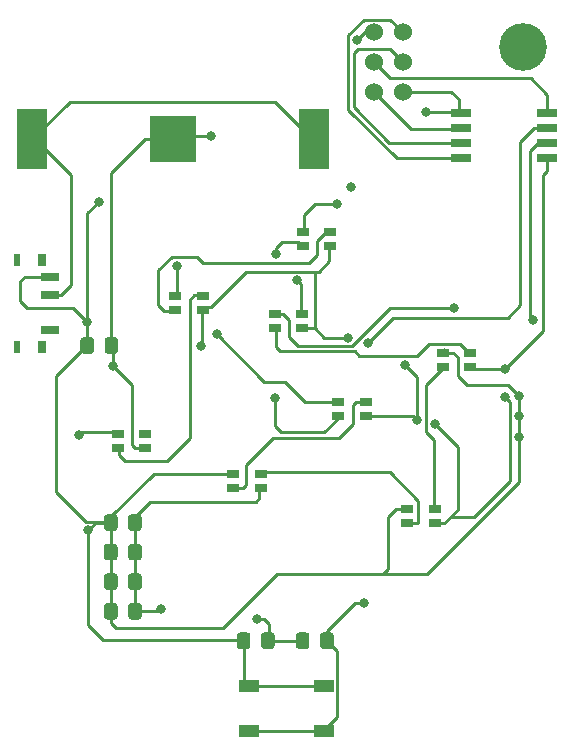
<source format=gbr>
G04 #@! TF.GenerationSoftware,KiCad,Pcbnew,5.1.7-a382d34a8~87~ubuntu20.04.1*
G04 #@! TF.CreationDate,2020-12-28T23:51:54+01:00*
G04 #@! TF.ProjectId,blender_badges,626c656e-6465-4725-9f62-61646765732e,rev?*
G04 #@! TF.SameCoordinates,Original*
G04 #@! TF.FileFunction,Copper,L2,Bot*
G04 #@! TF.FilePolarity,Positive*
%FSLAX46Y46*%
G04 Gerber Fmt 4.6, Leading zero omitted, Abs format (unit mm)*
G04 Created by KiCad (PCBNEW 5.1.7-a382d34a8~87~ubuntu20.04.1) date 2020-12-28 23:51:54*
%MOMM*%
%LPD*%
G01*
G04 APERTURE LIST*
G04 #@! TA.AperFunction,ComponentPad*
%ADD10C,4.049867*%
G04 #@! TD*
G04 #@! TA.AperFunction,SMDPad,CuDef*
%ADD11R,1.100000X0.800000*%
G04 #@! TD*
G04 #@! TA.AperFunction,SMDPad,CuDef*
%ADD12R,1.700000X0.650000*%
G04 #@! TD*
G04 #@! TA.AperFunction,SMDPad,CuDef*
%ADD13R,3.960000X3.960000*%
G04 #@! TD*
G04 #@! TA.AperFunction,SMDPad,CuDef*
%ADD14R,2.640000X5.100000*%
G04 #@! TD*
G04 #@! TA.AperFunction,SMDPad,CuDef*
%ADD15C,1.524000*%
G04 #@! TD*
G04 #@! TA.AperFunction,SMDPad,CuDef*
%ADD16R,1.700000X1.000000*%
G04 #@! TD*
G04 #@! TA.AperFunction,SMDPad,CuDef*
%ADD17R,1.498600X0.698500*%
G04 #@! TD*
G04 #@! TA.AperFunction,SMDPad,CuDef*
%ADD18R,0.599440X0.998220*%
G04 #@! TD*
G04 #@! TA.AperFunction,SMDPad,CuDef*
%ADD19R,0.797560X0.998220*%
G04 #@! TD*
G04 #@! TA.AperFunction,ViaPad*
%ADD20C,0.800000*%
G04 #@! TD*
G04 #@! TA.AperFunction,Conductor*
%ADD21C,0.250000*%
G04 #@! TD*
G04 APERTURE END LIST*
D10*
X134166366Y-31501672D03*
D11*
X118500000Y-62750000D03*
X120830000Y-62750000D03*
X120830000Y-61550000D03*
X118500000Y-61550000D03*
X109600000Y-68800000D03*
X111930000Y-68800000D03*
X111930000Y-67600000D03*
X109600000Y-67600000D03*
X124350000Y-71800000D03*
X126680000Y-71800000D03*
X126680000Y-70600000D03*
X124350000Y-70600000D03*
X127350000Y-58550000D03*
X129680000Y-58550000D03*
X129680000Y-57350000D03*
X127350000Y-57350000D03*
X113100000Y-55300000D03*
X115430000Y-55300000D03*
X115430000Y-54100000D03*
X113100000Y-54100000D03*
X115500000Y-48350000D03*
X117830000Y-48350000D03*
X117830000Y-47150000D03*
X115500000Y-47150000D03*
X104700000Y-53750000D03*
X107030000Y-53750000D03*
X107030000Y-52550000D03*
X104700000Y-52550000D03*
X99800000Y-65450000D03*
X102130000Y-65450000D03*
X102130000Y-64250000D03*
X99800000Y-64250000D03*
G04 #@! TA.AperFunction,SMDPad,CuDef*
G36*
G01*
X116950000Y-82200001D02*
X116950000Y-81299999D01*
G75*
G02*
X117199999Y-81050000I249999J0D01*
G01*
X117850001Y-81050000D01*
G75*
G02*
X118100000Y-81299999I0J-249999D01*
G01*
X118100000Y-82200001D01*
G75*
G02*
X117850001Y-82450000I-249999J0D01*
G01*
X117199999Y-82450000D01*
G75*
G02*
X116950000Y-82200001I0J249999D01*
G01*
G37*
G04 #@! TD.AperFunction*
G04 #@! TA.AperFunction,SMDPad,CuDef*
G36*
G01*
X114900000Y-82200001D02*
X114900000Y-81299999D01*
G75*
G02*
X115149999Y-81050000I249999J0D01*
G01*
X115800001Y-81050000D01*
G75*
G02*
X116050000Y-81299999I0J-249999D01*
G01*
X116050000Y-82200001D01*
G75*
G02*
X115800001Y-82450000I-249999J0D01*
G01*
X115149999Y-82450000D01*
G75*
G02*
X114900000Y-82200001I0J249999D01*
G01*
G37*
G04 #@! TD.AperFunction*
D12*
X136150000Y-37095000D03*
X136150000Y-38365000D03*
X136150000Y-39635000D03*
X136150000Y-40905000D03*
X128850000Y-40905000D03*
X128850000Y-39635000D03*
X128850000Y-38365000D03*
X128850000Y-37095000D03*
D13*
X104500000Y-39250000D03*
D14*
X116400000Y-39250000D03*
X92600000Y-39250000D03*
G04 #@! TA.AperFunction,SMDPad,CuDef*
G36*
G01*
X111950000Y-82200001D02*
X111950000Y-81299999D01*
G75*
G02*
X112199999Y-81050000I249999J0D01*
G01*
X112850001Y-81050000D01*
G75*
G02*
X113100000Y-81299999I0J-249999D01*
G01*
X113100000Y-82200001D01*
G75*
G02*
X112850001Y-82450000I-249999J0D01*
G01*
X112199999Y-82450000D01*
G75*
G02*
X111950000Y-82200001I0J249999D01*
G01*
G37*
G04 #@! TD.AperFunction*
G04 #@! TA.AperFunction,SMDPad,CuDef*
G36*
G01*
X109900000Y-82200001D02*
X109900000Y-81299999D01*
G75*
G02*
X110149999Y-81050000I249999J0D01*
G01*
X110800001Y-81050000D01*
G75*
G02*
X111050000Y-81299999I0J-249999D01*
G01*
X111050000Y-82200001D01*
G75*
G02*
X110800001Y-82450000I-249999J0D01*
G01*
X110149999Y-82450000D01*
G75*
G02*
X109900000Y-82200001I0J249999D01*
G01*
G37*
G04 #@! TD.AperFunction*
G04 #@! TA.AperFunction,SMDPad,CuDef*
G36*
G01*
X99850000Y-56299999D02*
X99850000Y-57200001D01*
G75*
G02*
X99600001Y-57450000I-249999J0D01*
G01*
X98949999Y-57450000D01*
G75*
G02*
X98700000Y-57200001I0J249999D01*
G01*
X98700000Y-56299999D01*
G75*
G02*
X98949999Y-56050000I249999J0D01*
G01*
X99600001Y-56050000D01*
G75*
G02*
X99850000Y-56299999I0J-249999D01*
G01*
G37*
G04 #@! TD.AperFunction*
G04 #@! TA.AperFunction,SMDPad,CuDef*
G36*
G01*
X97800000Y-56299999D02*
X97800000Y-57200001D01*
G75*
G02*
X97550001Y-57450000I-249999J0D01*
G01*
X96899999Y-57450000D01*
G75*
G02*
X96650000Y-57200001I0J249999D01*
G01*
X96650000Y-56299999D01*
G75*
G02*
X96899999Y-56050000I249999J0D01*
G01*
X97550001Y-56050000D01*
G75*
G02*
X97800000Y-56299999I0J-249999D01*
G01*
G37*
G04 #@! TD.AperFunction*
G04 #@! TA.AperFunction,SMDPad,CuDef*
G36*
G01*
X101850000Y-71299999D02*
X101850000Y-72200001D01*
G75*
G02*
X101600001Y-72450000I-249999J0D01*
G01*
X100949999Y-72450000D01*
G75*
G02*
X100700000Y-72200001I0J249999D01*
G01*
X100700000Y-71299999D01*
G75*
G02*
X100949999Y-71050000I249999J0D01*
G01*
X101600001Y-71050000D01*
G75*
G02*
X101850000Y-71299999I0J-249999D01*
G01*
G37*
G04 #@! TD.AperFunction*
G04 #@! TA.AperFunction,SMDPad,CuDef*
G36*
G01*
X99800000Y-71299999D02*
X99800000Y-72200001D01*
G75*
G02*
X99550001Y-72450000I-249999J0D01*
G01*
X98899999Y-72450000D01*
G75*
G02*
X98650000Y-72200001I0J249999D01*
G01*
X98650000Y-71299999D01*
G75*
G02*
X98899999Y-71050000I249999J0D01*
G01*
X99550001Y-71050000D01*
G75*
G02*
X99800000Y-71299999I0J-249999D01*
G01*
G37*
G04 #@! TD.AperFunction*
G04 #@! TA.AperFunction,SMDPad,CuDef*
G36*
G01*
X99800000Y-73799999D02*
X99800000Y-74700001D01*
G75*
G02*
X99550001Y-74950000I-249999J0D01*
G01*
X98899999Y-74950000D01*
G75*
G02*
X98650000Y-74700001I0J249999D01*
G01*
X98650000Y-73799999D01*
G75*
G02*
X98899999Y-73550000I249999J0D01*
G01*
X99550001Y-73550000D01*
G75*
G02*
X99800000Y-73799999I0J-249999D01*
G01*
G37*
G04 #@! TD.AperFunction*
G04 #@! TA.AperFunction,SMDPad,CuDef*
G36*
G01*
X101850000Y-73799999D02*
X101850000Y-74700001D01*
G75*
G02*
X101600001Y-74950000I-249999J0D01*
G01*
X100949999Y-74950000D01*
G75*
G02*
X100700000Y-74700001I0J249999D01*
G01*
X100700000Y-73799999D01*
G75*
G02*
X100949999Y-73550000I249999J0D01*
G01*
X101600001Y-73550000D01*
G75*
G02*
X101850000Y-73799999I0J-249999D01*
G01*
G37*
G04 #@! TD.AperFunction*
G04 #@! TA.AperFunction,SMDPad,CuDef*
G36*
G01*
X101850000Y-76299999D02*
X101850000Y-77200001D01*
G75*
G02*
X101600001Y-77450000I-249999J0D01*
G01*
X100949999Y-77450000D01*
G75*
G02*
X100700000Y-77200001I0J249999D01*
G01*
X100700000Y-76299999D01*
G75*
G02*
X100949999Y-76050000I249999J0D01*
G01*
X101600001Y-76050000D01*
G75*
G02*
X101850000Y-76299999I0J-249999D01*
G01*
G37*
G04 #@! TD.AperFunction*
G04 #@! TA.AperFunction,SMDPad,CuDef*
G36*
G01*
X99800000Y-76299999D02*
X99800000Y-77200001D01*
G75*
G02*
X99550001Y-77450000I-249999J0D01*
G01*
X98899999Y-77450000D01*
G75*
G02*
X98650000Y-77200001I0J249999D01*
G01*
X98650000Y-76299999D01*
G75*
G02*
X98899999Y-76050000I249999J0D01*
G01*
X99550001Y-76050000D01*
G75*
G02*
X99800000Y-76299999I0J-249999D01*
G01*
G37*
G04 #@! TD.AperFunction*
G04 #@! TA.AperFunction,SMDPad,CuDef*
G36*
G01*
X99800000Y-78799999D02*
X99800000Y-79700001D01*
G75*
G02*
X99550001Y-79950000I-249999J0D01*
G01*
X98899999Y-79950000D01*
G75*
G02*
X98650000Y-79700001I0J249999D01*
G01*
X98650000Y-78799999D01*
G75*
G02*
X98899999Y-78550000I249999J0D01*
G01*
X99550001Y-78550000D01*
G75*
G02*
X99800000Y-78799999I0J-249999D01*
G01*
G37*
G04 #@! TD.AperFunction*
G04 #@! TA.AperFunction,SMDPad,CuDef*
G36*
G01*
X101850000Y-78799999D02*
X101850000Y-79700001D01*
G75*
G02*
X101600001Y-79950000I-249999J0D01*
G01*
X100949999Y-79950000D01*
G75*
G02*
X100700000Y-79700001I0J249999D01*
G01*
X100700000Y-78799999D01*
G75*
G02*
X100949999Y-78550000I249999J0D01*
G01*
X101600001Y-78550000D01*
G75*
G02*
X101850000Y-78799999I0J-249999D01*
G01*
G37*
G04 #@! TD.AperFunction*
D15*
X124000000Y-32750000D03*
X124000000Y-35250000D03*
X121500000Y-35250000D03*
X124000000Y-30250000D03*
X121500000Y-32750000D03*
X121500000Y-30250000D03*
D16*
X117250000Y-85600000D03*
X110950000Y-85600000D03*
X117250000Y-89400000D03*
X110950000Y-89400000D03*
D17*
X94047520Y-50952100D03*
X94047520Y-52450700D03*
X94047520Y-55447900D03*
D18*
X91301780Y-49550020D03*
D19*
X93399820Y-49550020D03*
D18*
X91301780Y-56849980D03*
D19*
X93399820Y-56849980D03*
D20*
X99400000Y-58500000D03*
X111600000Y-79900000D03*
X120100000Y-30900000D03*
X107700000Y-39000000D03*
X106900000Y-56800000D03*
X132574847Y-61100153D03*
X132600000Y-58700000D03*
X126700000Y-63400000D03*
X125150000Y-63050000D03*
X124100000Y-58400000D03*
X119310247Y-56074979D03*
X103450000Y-79050000D03*
X125900000Y-37000000D03*
X119600000Y-43300000D03*
X98200000Y-44600000D03*
X108200000Y-55800000D03*
X97200000Y-54800000D03*
X128300000Y-53600000D03*
X118400000Y-44800000D03*
X104800000Y-50000000D03*
X97300000Y-72400000D03*
X133800000Y-61000000D03*
X133800000Y-62750000D03*
X133800000Y-64500000D03*
X96512653Y-64312653D03*
X121000000Y-56550000D03*
X113150000Y-61200000D03*
X115000000Y-51225000D03*
X113200000Y-49000000D03*
X135000000Y-54600000D03*
X120700000Y-78525019D03*
D21*
X112525000Y-81750000D02*
X115550000Y-81750000D01*
X115550000Y-81750000D02*
X115600000Y-81700000D01*
X101275000Y-79250000D02*
X101275000Y-71725000D01*
X101275000Y-71725000D02*
X101300000Y-71700000D01*
X129580000Y-58550000D02*
X129730000Y-58700000D01*
X99400000Y-58500000D02*
X99400000Y-56700000D01*
X111600000Y-79900000D02*
X112200000Y-79900000D01*
X112200000Y-79900000D02*
X112600000Y-80300000D01*
X112600000Y-80300000D02*
X112600000Y-81800000D01*
X120750000Y-30250000D02*
X120100000Y-30900000D01*
X121500000Y-30250000D02*
X120750000Y-30250000D01*
X107700000Y-39000000D02*
X104100000Y-39000000D01*
X104100000Y-39000000D02*
X104100000Y-39100000D01*
X99275000Y-42125000D02*
X102100000Y-39300000D01*
X102100000Y-39300000D02*
X104400000Y-39300000D01*
X99275000Y-56750000D02*
X99275000Y-42125000D01*
X106930000Y-53750000D02*
X106930000Y-56770000D01*
X106930000Y-56770000D02*
X106900000Y-56800000D01*
X116836410Y-50500000D02*
X114600000Y-50500000D01*
X117730000Y-48350000D02*
X117730000Y-49606410D01*
X117730000Y-49606410D02*
X116836410Y-50500000D01*
X107700000Y-53500000D02*
X110700000Y-50500000D01*
X107180000Y-53500000D02*
X107700000Y-53500000D01*
X110700000Y-50500000D02*
X114700000Y-50500000D01*
X106930000Y-53750000D02*
X107180000Y-53500000D01*
X126680000Y-71800000D02*
X127480000Y-71800000D01*
X129730000Y-58700000D02*
X132600000Y-58700000D01*
X127480000Y-71800000D02*
X128015000Y-71265000D01*
X124850000Y-62750000D02*
X125150000Y-63050000D01*
X124850000Y-62750000D02*
X120800000Y-62750000D01*
X125150000Y-59450000D02*
X124100000Y-58400000D01*
X125150000Y-63050000D02*
X125150000Y-59450000D01*
X115300000Y-55300000D02*
X116500000Y-55300000D01*
X116500000Y-50500000D02*
X116500000Y-55300000D01*
X116500000Y-55300000D02*
X117274979Y-56074979D01*
X117274979Y-56074979D02*
X119310247Y-56074979D01*
X101000000Y-60100000D02*
X99400000Y-58500000D01*
X101000000Y-65170000D02*
X101000000Y-60100000D01*
X101280000Y-65450000D02*
X101000000Y-65170000D01*
X102030000Y-65450000D02*
X101280000Y-65450000D01*
X111800000Y-69700000D02*
X111800000Y-68800000D01*
X111500000Y-70000000D02*
X111800000Y-69700000D01*
X102550000Y-70000000D02*
X111500000Y-70000000D01*
X101275000Y-71275000D02*
X102550000Y-70000000D01*
X101275000Y-71750000D02*
X101275000Y-71275000D01*
X103250000Y-79250000D02*
X103450000Y-79050000D01*
X101275000Y-79250000D02*
X103250000Y-79250000D01*
X128650000Y-65350000D02*
X126700000Y-63400000D01*
X128650000Y-70630000D02*
X128650000Y-65350000D01*
X128015000Y-71265000D02*
X128650000Y-70630000D01*
X133050000Y-61575306D02*
X132574847Y-61100153D01*
X133050000Y-68200000D02*
X133050000Y-61575306D01*
X129985000Y-71265000D02*
X133050000Y-68200000D01*
X128015000Y-71265000D02*
X129985000Y-71265000D01*
X135800000Y-42300000D02*
X136150000Y-41950000D01*
X136150000Y-41950000D02*
X136150000Y-40905000D01*
X135800000Y-55500000D02*
X135800000Y-42300000D01*
X132600000Y-58700000D02*
X135800000Y-55500000D01*
X92600000Y-39250000D02*
X95750000Y-36100000D01*
X95750000Y-36100000D02*
X113100000Y-36100000D01*
X113100000Y-36100000D02*
X116200000Y-39200000D01*
X95900000Y-42300000D02*
X93100000Y-39500000D01*
X95900000Y-51597520D02*
X95900000Y-42300000D01*
X95046820Y-52450700D02*
X95900000Y-51597520D01*
X94047520Y-52450700D02*
X95046820Y-52450700D01*
X110475000Y-81750000D02*
X110475000Y-85275000D01*
X110475000Y-85275000D02*
X110900000Y-85700000D01*
X110950000Y-85600000D02*
X117400000Y-85600000D01*
X91525419Y-51329600D02*
X91525419Y-53025419D01*
X91928200Y-50926819D02*
X91525419Y-51329600D01*
X94022239Y-50926819D02*
X91928200Y-50926819D01*
X94047520Y-50952100D02*
X94022239Y-50926819D01*
X91525419Y-53025419D02*
X92100000Y-53600000D01*
X92100000Y-53600000D02*
X96000000Y-53600000D01*
X96000000Y-53600000D02*
X97200000Y-54800000D01*
X97200000Y-54800000D02*
X97200000Y-56800000D01*
X124000000Y-35250000D02*
X128050000Y-35250000D01*
X128050000Y-35250000D02*
X128700000Y-35900000D01*
X128700000Y-35900000D02*
X128700000Y-37100000D01*
X109400000Y-81700000D02*
X110500000Y-81700000D01*
X98600000Y-81700000D02*
X109400000Y-81700000D01*
X97300000Y-80400000D02*
X98600000Y-81700000D01*
X97300000Y-72400000D02*
X97300000Y-80400000D01*
X97950000Y-71750000D02*
X97300000Y-72400000D01*
X99225000Y-71750000D02*
X97950000Y-71750000D01*
X125900000Y-37000000D02*
X128700000Y-37000000D01*
X97225000Y-56750000D02*
X97225000Y-45575000D01*
X97225000Y-45575000D02*
X98200000Y-44600000D01*
X115700000Y-61550000D02*
X118600000Y-61550000D01*
X113950000Y-59800000D02*
X115700000Y-61550000D01*
X112200000Y-59800000D02*
X113950000Y-59800000D01*
X108200000Y-55800000D02*
X112200000Y-59800000D01*
X99225000Y-74250000D02*
X99225000Y-73550000D01*
X118400000Y-44800000D02*
X116500000Y-44800000D01*
X116500000Y-44800000D02*
X115600000Y-45700000D01*
X115600000Y-45700000D02*
X115600000Y-47200000D01*
X104800000Y-50000000D02*
X104800000Y-52500000D01*
X99225000Y-79250000D02*
X99225000Y-76875000D01*
X99225000Y-76875000D02*
X99250000Y-76850000D01*
X99250000Y-76850000D02*
X99150000Y-76750000D01*
X99225000Y-71750000D02*
X99225000Y-74225000D01*
X99225000Y-74250000D02*
X99225000Y-76625000D01*
X114350000Y-54600000D02*
X113850000Y-54100000D01*
X114350000Y-56050000D02*
X114350000Y-54600000D01*
X115099989Y-56799989D02*
X114350000Y-56050000D01*
X113850000Y-54100000D02*
X113200000Y-54100000D01*
X119650011Y-56799989D02*
X115099989Y-56799989D01*
X122850000Y-53600000D02*
X119650011Y-56799989D01*
X128300000Y-53600000D02*
X122850000Y-53600000D01*
X104000000Y-80700000D02*
X105250000Y-80700000D01*
X100500000Y-80700000D02*
X104000000Y-80700000D01*
X99225000Y-79250000D02*
X99225000Y-80275000D01*
X99650000Y-80700000D02*
X100500000Y-80700000D01*
X99225000Y-80275000D02*
X99650000Y-80700000D01*
X97300000Y-72400000D02*
X97300000Y-72400000D01*
X99225000Y-71750000D02*
X99225000Y-71225000D01*
X102850000Y-67600000D02*
X104050000Y-67600000D01*
X99225000Y-71225000D02*
X102850000Y-67600000D01*
X104050000Y-67600000D02*
X109700000Y-67600000D01*
X103836810Y-67600000D02*
X104050000Y-67600000D01*
X133800000Y-68300000D02*
X126000000Y-76100000D01*
X126000000Y-76100000D02*
X122350000Y-76100000D01*
X132900000Y-60100000D02*
X133800000Y-61000000D01*
X129400000Y-60100000D02*
X132900000Y-60100000D01*
X128600000Y-59300000D02*
X129400000Y-60100000D01*
X133800000Y-61000000D02*
X133800000Y-62750000D01*
X128200000Y-57350000D02*
X128600000Y-57750000D01*
X127450000Y-57350000D02*
X128200000Y-57350000D01*
X128600000Y-57750000D02*
X128600000Y-59300000D01*
X127450000Y-57050000D02*
X127450000Y-57350000D01*
X133800000Y-61000000D02*
X133800000Y-61000000D01*
X133800000Y-62750000D02*
X133800000Y-64500000D01*
X133800000Y-64500000D02*
X133800000Y-68300000D01*
X94600000Y-69150000D02*
X97150000Y-71700000D01*
X97150000Y-71700000D02*
X99200000Y-71700000D01*
X94600000Y-59375000D02*
X94600000Y-69150000D01*
X97225000Y-56750000D02*
X94600000Y-59375000D01*
X123350000Y-70600000D02*
X124400000Y-70600000D01*
X122700000Y-71250000D02*
X123350000Y-70600000D01*
X122300000Y-76100000D02*
X122700000Y-75700000D01*
X113300000Y-76100000D02*
X122300000Y-76100000D01*
X108700000Y-80700000D02*
X113300000Y-76100000D01*
X122700000Y-75700000D02*
X122700000Y-71250000D01*
X104000000Y-80700000D02*
X108700000Y-80700000D01*
X99600000Y-64050000D02*
X99800000Y-64250000D01*
X96775306Y-64050000D02*
X99600000Y-64050000D01*
X96512653Y-64312653D02*
X96775306Y-64050000D01*
X122912999Y-31662999D02*
X120137001Y-31662999D01*
X124000000Y-32750000D02*
X122912999Y-31662999D01*
X120137001Y-31662999D02*
X119800000Y-32000000D01*
X119800000Y-32000000D02*
X119800000Y-36600000D01*
X119800000Y-36600000D02*
X122800000Y-39600000D01*
X122800000Y-39600000D02*
X128800000Y-39600000D01*
X121500000Y-35250000D02*
X124650000Y-38400000D01*
X124650000Y-38400000D02*
X128800000Y-38400000D01*
X122912999Y-29162999D02*
X120637001Y-29162999D01*
X124000000Y-30250000D02*
X122912999Y-29162999D01*
X119349991Y-36786401D02*
X123463590Y-40900000D01*
X119349990Y-30450010D02*
X119349991Y-36786401D01*
X120637001Y-29162999D02*
X119349990Y-30450010D01*
X123463590Y-40900000D02*
X128900000Y-40900000D01*
X136200000Y-35500000D02*
X136200000Y-37100000D01*
X134800000Y-34100000D02*
X136200000Y-35500000D01*
X122850000Y-34100000D02*
X134800000Y-34100000D01*
X121500000Y-32750000D02*
X122850000Y-34100000D01*
X123150000Y-54400000D02*
X121000000Y-56550000D01*
X132850000Y-54400000D02*
X123150000Y-54400000D01*
X133900000Y-53350000D02*
X132850000Y-54400000D01*
X133900000Y-39515000D02*
X133900000Y-53350000D01*
X135050000Y-38365000D02*
X133900000Y-39515000D01*
X136150000Y-38365000D02*
X135050000Y-38365000D01*
X113150000Y-63600000D02*
X113150000Y-61200000D01*
X113650000Y-64100000D02*
X113150000Y-63600000D01*
X117300000Y-64100000D02*
X113650000Y-64100000D01*
X118600000Y-62800000D02*
X117300000Y-64100000D01*
X120000000Y-61500000D02*
X120700000Y-61500000D01*
X119700000Y-63400000D02*
X119700000Y-61800000D01*
X118549990Y-64550010D02*
X119700000Y-63400000D01*
X112999990Y-64550010D02*
X118549990Y-64550010D01*
X110700000Y-66850000D02*
X112999990Y-64550010D01*
X119700000Y-61800000D02*
X120000000Y-61500000D01*
X110700000Y-68550000D02*
X110700000Y-66850000D01*
X110450000Y-68800000D02*
X110700000Y-68550000D01*
X109700000Y-68800000D02*
X110450000Y-68800000D01*
X125275001Y-69939999D02*
X122835002Y-67500000D01*
X125275001Y-71724999D02*
X125275001Y-69939999D01*
X125200000Y-71800000D02*
X125275001Y-71724999D01*
X124450000Y-71800000D02*
X125200000Y-71800000D01*
X122835002Y-67500000D02*
X111900000Y-67500000D01*
X126600000Y-64750000D02*
X126600000Y-70600000D01*
X125900000Y-64050000D02*
X126600000Y-64750000D01*
X125900000Y-60100000D02*
X125900000Y-64050000D01*
X127450000Y-58550000D02*
X125900000Y-60100000D01*
X113200000Y-56900000D02*
X113200000Y-55300000D01*
X113550000Y-57250000D02*
X113200000Y-56900000D01*
X119909389Y-57250000D02*
X113550000Y-57250000D01*
X120284402Y-57625013D02*
X119909389Y-57250000D01*
X125174987Y-57625013D02*
X120284402Y-57625013D01*
X126200010Y-56599990D02*
X125174987Y-57625013D01*
X128829990Y-56599990D02*
X126200010Y-56599990D01*
X129580000Y-57350000D02*
X128829990Y-56599990D01*
X115330000Y-51555000D02*
X115000000Y-51225000D01*
X115330000Y-54100000D02*
X115330000Y-51555000D01*
X115100000Y-48000000D02*
X115500000Y-48400000D01*
X113700000Y-48000000D02*
X115100000Y-48000000D01*
X113200000Y-48500000D02*
X113700000Y-48000000D01*
X113200000Y-49000000D02*
X113200000Y-48500000D01*
X116700000Y-47894998D02*
X117394998Y-47200000D01*
X116700000Y-49100000D02*
X116700000Y-47894998D01*
X116000000Y-49800000D02*
X116700000Y-49100000D01*
X106524999Y-49274999D02*
X107050000Y-49800000D01*
X104375001Y-49274999D02*
X106524999Y-49274999D01*
X103250000Y-50400000D02*
X104375001Y-49274999D01*
X117394998Y-47200000D02*
X117700000Y-47200000D01*
X103250000Y-53350000D02*
X103250000Y-50400000D01*
X103700000Y-53800000D02*
X103250000Y-53350000D01*
X107050000Y-49800000D02*
X116000000Y-49800000D01*
X104700000Y-53800000D02*
X103700000Y-53800000D01*
X105900000Y-64600000D02*
X105900000Y-52900000D01*
X103950000Y-66550000D02*
X105900000Y-64600000D01*
X100450000Y-66550000D02*
X103950000Y-66550000D01*
X106300000Y-52500000D02*
X107000000Y-52500000D01*
X105900000Y-52900000D02*
X106300000Y-52500000D01*
X99900000Y-66000000D02*
X100450000Y-66550000D01*
X99900000Y-65450000D02*
X99900000Y-66000000D01*
X110950000Y-89400000D02*
X117200000Y-89400000D01*
X118425001Y-82650001D02*
X118425001Y-88174999D01*
X117525000Y-81750000D02*
X118425001Y-82650001D01*
X118425001Y-88174999D02*
X117300000Y-89300000D01*
X117300000Y-89300000D02*
X117200000Y-89300000D01*
X120700000Y-78525019D02*
X119874981Y-78525019D01*
X119874981Y-78525019D02*
X117500000Y-80900000D01*
X117500000Y-80900000D02*
X117500000Y-81800000D01*
X134700000Y-54300000D02*
X135000000Y-54600000D01*
X134700000Y-40300000D02*
X134700000Y-54300000D01*
X135365000Y-39635000D02*
X134700000Y-40300000D01*
X136150000Y-39635000D02*
X135365000Y-39635000D01*
M02*

</source>
